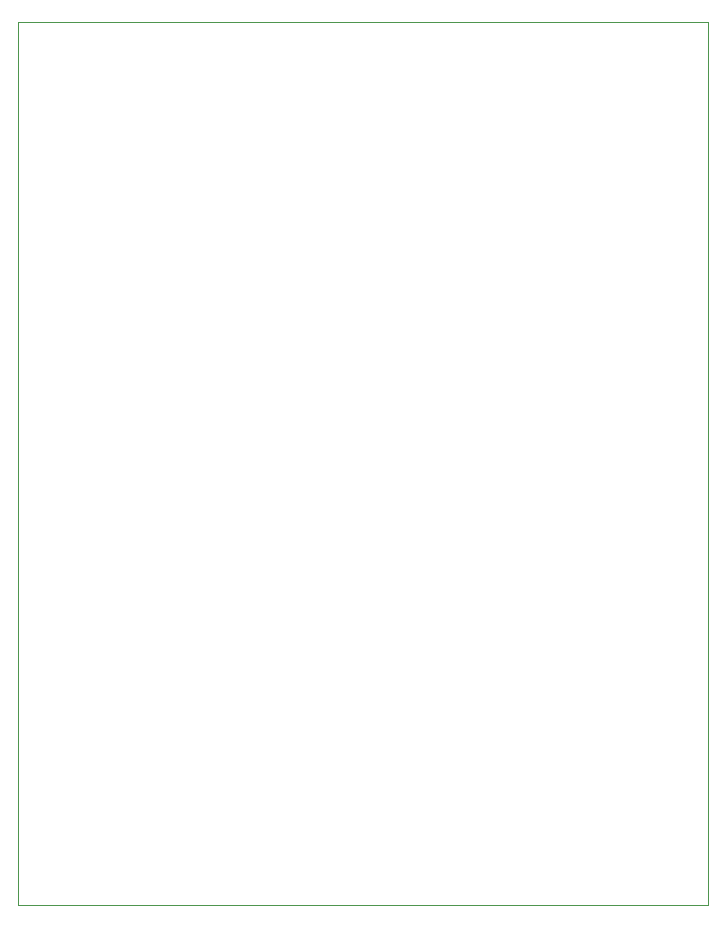
<source format=gbr>
G04 #@! TF.GenerationSoftware,KiCad,Pcbnew,5.1.5+dfsg1-2build2*
G04 #@! TF.CreationDate,2020-10-23T17:48:02-04:00*
G04 #@! TF.ProjectId,placa_manutencao_preventiva,706c6163-615f-46d6-916e-7574656e6361,rev?*
G04 #@! TF.SameCoordinates,Original*
G04 #@! TF.FileFunction,Paste,Bot*
G04 #@! TF.FilePolarity,Positive*
%FSLAX46Y46*%
G04 Gerber Fmt 4.6, Leading zero omitted, Abs format (unit mm)*
G04 Created by KiCad (PCBNEW 5.1.5+dfsg1-2build2) date 2020-10-23 17:48:02*
%MOMM*%
%LPD*%
G04 APERTURE LIST*
%ADD10C,0.050000*%
G04 APERTURE END LIST*
D10*
X77673200Y-14935200D02*
X77673200Y-15290800D01*
X77876400Y-14935200D02*
X77673200Y-14935200D01*
X136093200Y-14935200D02*
X77876400Y-14935200D01*
X136093200Y-89662000D02*
X136093200Y-14935200D01*
X77673200Y-89662000D02*
X136093200Y-89662000D01*
X77673200Y-15290800D02*
X77673200Y-89662000D01*
M02*

</source>
